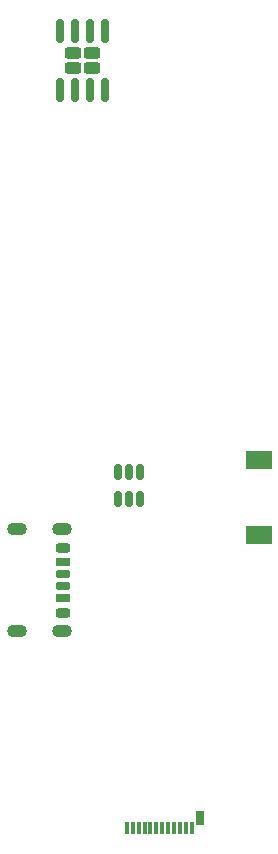
<source format=gbr>
%TF.GenerationSoftware,KiCad,Pcbnew,9.0.4*%
%TF.CreationDate,2025-10-16T13:30:46+09:00*%
%TF.ProjectId,HAM_Seminiar_Charger,48414d5f-5365-46d6-996e-6961725f4368,rev?*%
%TF.SameCoordinates,Original*%
%TF.FileFunction,Paste,Top*%
%TF.FilePolarity,Positive*%
%FSLAX46Y46*%
G04 Gerber Fmt 4.6, Leading zero omitted, Abs format (unit mm)*
G04 Created by KiCad (PCBNEW 9.0.4) date 2025-10-16 13:30:46*
%MOMM*%
%LPD*%
G01*
G04 APERTURE LIST*
G04 Aperture macros list*
%AMRoundRect*
0 Rectangle with rounded corners*
0 $1 Rounding radius*
0 $2 $3 $4 $5 $6 $7 $8 $9 X,Y pos of 4 corners*
0 Add a 4 corners polygon primitive as box body*
4,1,4,$2,$3,$4,$5,$6,$7,$8,$9,$2,$3,0*
0 Add four circle primitives for the rounded corners*
1,1,$1+$1,$2,$3*
1,1,$1+$1,$4,$5*
1,1,$1+$1,$6,$7*
1,1,$1+$1,$8,$9*
0 Add four rect primitives between the rounded corners*
20,1,$1+$1,$2,$3,$4,$5,0*
20,1,$1+$1,$4,$5,$6,$7,0*
20,1,$1+$1,$6,$7,$8,$9,0*
20,1,$1+$1,$8,$9,$2,$3,0*%
G04 Aperture macros list end*
%ADD10R,2.200000X1.500000*%
%ADD11RoundRect,0.175000X-0.425000X0.175000X-0.425000X-0.175000X0.425000X-0.175000X0.425000X0.175000X0*%
%ADD12RoundRect,0.190000X0.410000X-0.190000X0.410000X0.190000X-0.410000X0.190000X-0.410000X-0.190000X0*%
%ADD13RoundRect,0.200000X0.400000X-0.200000X0.400000X0.200000X-0.400000X0.200000X-0.400000X-0.200000X0*%
%ADD14RoundRect,0.175000X0.425000X-0.175000X0.425000X0.175000X-0.425000X0.175000X-0.425000X-0.175000X0*%
%ADD15RoundRect,0.190000X-0.410000X0.190000X-0.410000X-0.190000X0.410000X-0.190000X0.410000X0.190000X0*%
%ADD16RoundRect,0.200000X-0.400000X0.200000X-0.400000X-0.200000X0.400000X-0.200000X0.400000X0.200000X0*%
%ADD17O,1.700000X1.100000*%
%ADD18RoundRect,0.250000X0.440000X-0.255000X0.440000X0.255000X-0.440000X0.255000X-0.440000X-0.255000X0*%
%ADD19RoundRect,0.150000X0.150000X-0.825000X0.150000X0.825000X-0.150000X0.825000X-0.150000X-0.825000X0*%
%ADD20RoundRect,0.150000X0.150000X-0.512500X0.150000X0.512500X-0.150000X0.512500X-0.150000X-0.512500X0*%
%ADD21R,0.380000X1.000000*%
%ADD22R,0.700000X1.150000*%
G04 APERTURE END LIST*
D10*
%TO.C,L1*%
X155200000Y-99605000D03*
X155200000Y-106005000D03*
%TD*%
D11*
%TO.C,J1*%
X138580000Y-109305000D03*
D12*
X138580000Y-111325000D03*
D13*
X138580000Y-112555000D03*
D14*
X138580000Y-110305000D03*
D15*
X138580000Y-108285000D03*
D16*
X138580000Y-107055000D03*
D17*
X138500000Y-105485000D03*
X134700000Y-105485000D03*
X138500000Y-114125000D03*
X134700000Y-114125000D03*
%TD*%
D18*
%TO.C,U2*%
X139455000Y-66405000D03*
X141105000Y-66405000D03*
X139455000Y-65205000D03*
X141105000Y-65205000D03*
D19*
X138375000Y-68280000D03*
X139645000Y-68280000D03*
X140915000Y-68280000D03*
X142185000Y-68280000D03*
X142185000Y-63330000D03*
X140915000Y-63330000D03*
X139645000Y-63330000D03*
X138375000Y-63330000D03*
%TD*%
D20*
%TO.C,U1*%
X143250000Y-102942500D03*
X144200000Y-102942500D03*
X145150000Y-102942500D03*
X145150000Y-100667500D03*
X144200000Y-100667500D03*
X143250000Y-100667500D03*
%TD*%
D21*
%TO.C,P1*%
X149530000Y-130765000D03*
X149030000Y-130765000D03*
X148530000Y-130765000D03*
X148030000Y-130765000D03*
X147530000Y-130765000D03*
X147030000Y-130765000D03*
X146530000Y-130765000D03*
X146030000Y-130765000D03*
X145530000Y-130765000D03*
X145030000Y-130765000D03*
X144530000Y-130765000D03*
X144030000Y-130765000D03*
D22*
X150200000Y-129925000D03*
%TD*%
M02*

</source>
